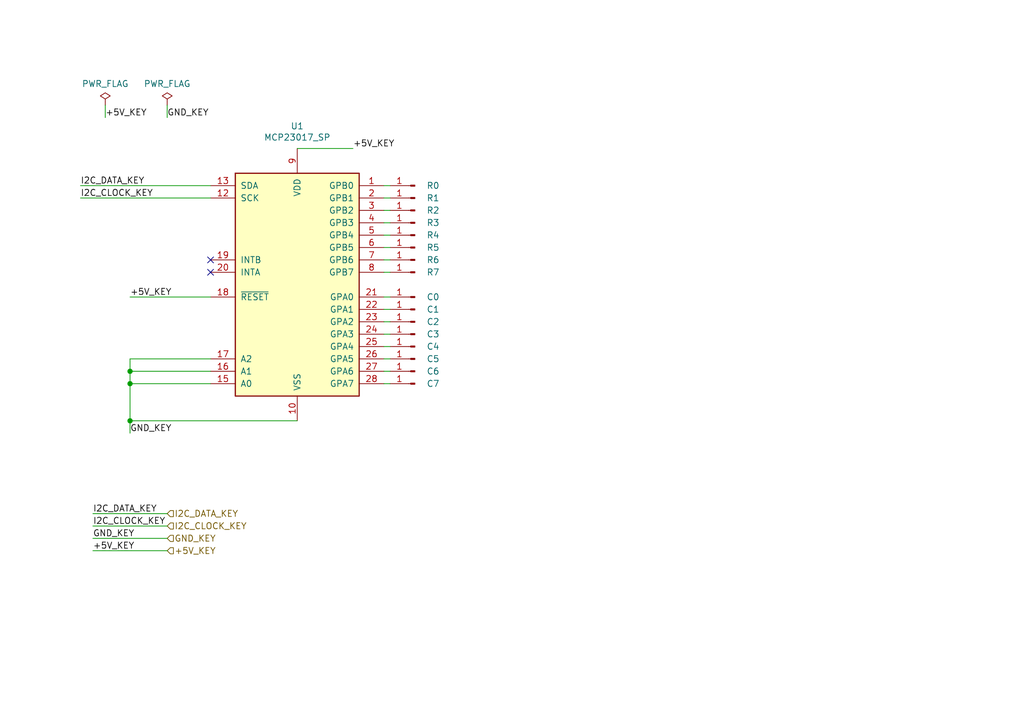
<source format=kicad_sch>
(kicad_sch (version 20211123) (generator eeschema)
  (paper "A5")
  (title_block (title "CIMDID") (date "2022-02-08") (rev "1.1") (comment 1 "@grumpydevelop@contentnation.net") (comment 2 "https://contentnation.net/en/grumpydevelop/cimdit_1"))
  (lib_symbols
    (symbol "Connector:Conn_01x01_Male" (pin_names (offset 1.016) hide)
      (property "Reference" "J" (at 0 2.54 0))
      (property "Value" "Conn_01x01_Male" (at 0 -2.54 0))
      (symbol "Conn_01x01_Male_1_1"
        (polyline (pts (xy 1.27 0) (xy 0.8636 0)) (stroke (width 0.1524)))
        (rectangle (start 0.8636 0.127) (end 0 -0.127) (stroke (width 0.1524)) (fill (type outline)))
        (pin passive line (at 5.08 0 180) (length 3.81) (name "Pin_1") (number "1"))
      )
    )
    (symbol "Interface_Expansion:MCP23017_SP" (pin_names (offset 1.016))
      (property "Reference" "U" (at -11.43 24.13 0))
      (property "Value" "MCP23017_SP" (at 0 0 0))
      (symbol "MCP23017_SP_0_1"
        (rectangle (start -12.7 22.86) (end 12.7 -22.86) (stroke (width 0.254)) (fill (type background)))
      )
      (symbol "MCP23017_SP_1_1"
        (pin bidirectional line (at 17.78 20.32 180) (length 5.08) (name "GPB0") (number "1"))
        (pin power_in line (at 0 -27.94 90) (length 5.08) (name "VSS") (number "10"))
        (pin no_connect line (at -12.7 15.24 0) (length 5.08) hide (name "NC") (number "11"))
        (pin input line (at -17.78 17.78 0) (length 5.08) (name "SCK") (number "12"))
        (pin bidirectional line (at -17.78 20.32 0) (length 5.08) (name "SDA") (number "13"))
        (pin no_connect line (at -12.7 12.7 0) (length 5.08) hide (name "NC") (number "14"))
        (pin input line (at -17.78 -20.32 0) (length 5.08) (name "A0") (number "15"))
        (pin input line (at -17.78 -17.78 0) (length 5.08) (name "A1") (number "16"))
        (pin input line (at -17.78 -15.24 0) (length 5.08) (name "A2") (number "17"))
        (pin input line (at -17.78 -2.54 0) (length 5.08) (name "~{RESET}") (number "18"))
        (pin tri_state line (at -17.78 5.08 0) (length 5.08) (name "INTB") (number "19"))
        (pin bidirectional line (at 17.78 17.78 180) (length 5.08) (name "GPB1") (number "2"))
        (pin tri_state line (at -17.78 2.54 0) (length 5.08) (name "INTA") (number "20"))
        (pin bidirectional line (at 17.78 -2.54 180) (length 5.08) (name "GPA0") (number "21"))
        (pin bidirectional line (at 17.78 -5.08 180) (length 5.08) (name "GPA1") (number "22"))
        (pin bidirectional line (at 17.78 -7.62 180) (length 5.08) (name "GPA2") (number "23"))
        (pin bidirectional line (at 17.78 -10.16 180) (length 5.08) (name "GPA3") (number "24"))
        (pin bidirectional line (at 17.78 -12.7 180) (length 5.08) (name "GPA4") (number "25"))
        (pin bidirectional line (at 17.78 -15.24 180) (length 5.08) (name "GPA5") (number "26"))
        (pin bidirectional line (at 17.78 -17.78 180) (length 5.08) (name "GPA6") (number "27"))
        (pin bidirectional line (at 17.78 -20.32 180) (length 5.08) (name "GPA7") (number "28"))
        (pin bidirectional line (at 17.78 15.24 180) (length 5.08) (name "GPB2") (number "3"))
        (pin bidirectional line (at 17.78 12.7 180) (length 5.08) (name "GPB3") (number "4"))
        (pin bidirectional line (at 17.78 10.16 180) (length 5.08) (name "GPB4") (number "5"))
        (pin bidirectional line (at 17.78 7.62 180) (length 5.08) (name "GPB5") (number "6"))
        (pin bidirectional line (at 17.78 5.08 180) (length 5.08) (name "GPB6") (number "7"))
        (pin bidirectional line (at 17.78 2.54 180) (length 5.08) (name "GPB7") (number "8"))
        (pin power_in line (at 0 27.94 270) (length 5.08) (name "VDD") (number "9"))
      )
    )
    (symbol "power:PWR_FLAG" (power) (pin_numbers hide) (pin_names (offset 0) hide)
      (property "Value" "PWR_FLAG" (at 0 3.81 0))
      (symbol "PWR_FLAG_0_0"
        (pin power_out line (at 0 0 90) (length 0) (name "pwr") (number "1"))
      )
      (symbol "PWR_FLAG_0_1"
        (polyline (pts (xy 0 0) (xy 0 1.27) (xy -1.016 1.905) (xy 0 2.54) (xy 1.016 1.905) (xy 0 1.27)))
      )
    )
  )
  (junction (at 26.67 78.74))
  (junction (at 26.67 86.36))
  (junction (at 26.67 76.2))
  (no_connect (at 43.18 55.88))
  (no_connect (at 43.18 53.34))
  (wire (pts (xy 78.74 53.34) (xy 80.01 53.34)))
  (wire (pts (xy 26.67 73.66) (xy 43.18 73.66)))
  (wire (pts (xy 60.96 86.36) (xy 26.67 86.36)))
  (wire (pts (xy 19.05 105.41) (xy 34.29 105.41)))
  (wire (pts (xy 78.74 48.26) (xy 80.01 48.26)))
  (wire (pts (xy 78.74 68.58) (xy 80.01 68.58)))
  (wire (pts (xy 43.18 38.1) (xy 16.51 38.1)))
  (wire (pts (xy 72.39 30.48) (xy 60.96 30.48)))
  (wire (pts (xy 34.29 113.03) (xy 19.05 113.03)))
  (wire (pts (xy 26.67 60.96) (xy 43.18 60.96)))
  (wire (pts (xy 26.67 78.74) (xy 26.67 76.2)))
  (wire (pts (xy 19.05 107.95) (xy 34.29 107.95)))
  (wire (pts (xy 80.01 78.74) (xy 78.74 78.74)))
  (wire (pts (xy 78.74 73.66) (xy 80.01 73.66)))
  (wire (pts (xy 78.74 76.2) (xy 80.01 76.2)))
  (wire (pts (xy 78.74 71.12) (xy 80.01 71.12)))
  (wire (pts (xy 26.67 86.36) (xy 26.67 88.9)))
  (wire (pts (xy 26.67 76.2) (xy 26.67 73.66)))
  (wire (pts (xy 34.29 24.13) (xy 34.29 21.59)))
  (wire (pts (xy 78.74 63.5) (xy 80.01 63.5)))
  (wire (pts (xy 78.74 40.64) (xy 80.01 40.64)))
  (wire (pts (xy 78.74 66.04) (xy 80.01 66.04)))
  (wire (pts (xy 26.67 86.36) (xy 26.67 78.74)))
  (wire (pts (xy 26.67 78.74) (xy 43.18 78.74)))
  (wire (pts (xy 78.74 38.1) (xy 80.01 38.1)))
  (wire (pts (xy 21.59 24.13) (xy 21.59 21.59)))
  (wire (pts (xy 78.74 55.88) (xy 80.01 55.88)))
  (wire (pts (xy 19.05 110.49) (xy 34.29 110.49)))
  (wire (pts (xy 78.74 45.72) (xy 80.01 45.72)))
  (wire (pts (xy 78.74 43.18) (xy 80.01 43.18)))
  (wire (pts (xy 78.74 60.96) (xy 80.01 60.96)))
  (wire (pts (xy 78.74 50.8) (xy 80.01 50.8)))
  (wire (pts (xy 26.67 76.2) (xy 43.18 76.2)))
  (wire (pts (xy 43.18 40.64) (xy 16.51 40.64)))
  (label "+5V_KEY" (at 72.39 30.48 0))
  (label "+5V_KEY" (at 19.05 113.03 0))
  (label "GND_KEY" (at 19.05 110.49 0))
  (label "+5V_KEY" (at 21.59 24.13 0))
  (label "I2C_DATA_KEY" (at 19.05 105.41 0))
  (label "I2C_CLOCK_KEY" (at 19.05 107.95 0))
  (label "I2C_DATA_KEY" (at 16.51 38.1 0))
  (label "GND_KEY" (at 34.29 24.13 0))
  (label "+5V_KEY" (at 26.67 60.96 0))
  (label "I2C_CLOCK_KEY" (at 16.51 40.64 0))
  (label "GND_KEY" (at 26.67 88.9 0))
  (hierarchical_label "I2C_DATA_KEY" (shape input) (at 34.29 105.41 0))
  (hierarchical_label "GND_KEY" (shape input) (at 34.29 110.49 0))
  (hierarchical_label "I2C_CLOCK_KEY" (shape input) (at 34.29 107.95 0))
  (hierarchical_label "+5V_KEY" (shape input) (at 34.29 113.03 0))
  (symbol (lib_id "Connector:Conn_01x01_Male") (at 85.09 48.26 0) (mirror y) (unit 1)
    (property "Reference" "J34" (effects hide))
    (property "Value" "R4" (at 90.17 48.26 0) (effects (justify left)))
    (property "Footprint" "Connector_Pin:Pin_D0.7mm_L6.5mm_W1.8mm_FlatFork" (effects hide))
  )
  (symbol (lib_id "Connector:Conn_01x01_Male") (at 85.09 55.88 0) (mirror y) (unit 1)
    (property "Reference" "J37" (effects hide))
    (property "Value" "R7" (at 90.17 55.88 0) (effects (justify left)))
    (property "Footprint" "Connector_Pin:Pin_D0.7mm_L6.5mm_W1.8mm_FlatFork" (effects hide))
  )
  (symbol (lib_id "Connector:Conn_01x01_Male") (at 85.09 71.12 0) (mirror y) (unit 1)
    (property "Reference" "J42" (effects hide))
    (property "Value" "C4" (at 90.17 71.12 0) (effects (justify left)))
    (property "Footprint" "Connector_Pin:Pin_D0.7mm_L6.5mm_W1.8mm_FlatFork" (effects hide))
  )
  (symbol (lib_id "Connector:Conn_01x01_Male") (at 85.09 68.58 0) (mirror y) (unit 1)
    (property "Reference" "J41" (effects hide))
    (property "Value" "C3" (at 90.17 68.58 0) (effects (justify left)))
    (property "Footprint" "Connector_Pin:Pin_D0.7mm_L6.5mm_W1.8mm_FlatFork" (effects hide))
  )
  (symbol (lib_id "Connector:Conn_01x01_Male") (at 85.09 43.18 0) (mirror y) (unit 1)
    (property "Reference" "J32" (effects hide))
    (property "Value" "R2" (at 90.17 43.18 0) (effects (justify left)))
    (property "Footprint" "Connector_Pin:Pin_D0.7mm_L6.5mm_W1.8mm_FlatFork" (effects hide))
  )
  (symbol (lib_id "Connector:Conn_01x01_Male") (at 85.09 45.72 0) (mirror y) (unit 1)
    (property "Reference" "J33" (effects hide))
    (property "Value" "R3" (at 90.17 45.72 0) (effects (justify left)))
    (property "Footprint" "Connector_Pin:Pin_D0.7mm_L6.5mm_W1.8mm_FlatFork" (effects hide))
  )
  (symbol (lib_id "Connector:Conn_01x01_Male") (at 85.09 53.34 0) (mirror y) (unit 1)
    (property "Reference" "J36" (effects hide))
    (property "Value" "R6" (at 90.17 53.34 0) (effects (justify left)))
    (property "Footprint" "Connector_Pin:Pin_D0.7mm_L6.5mm_W1.8mm_FlatFork" (effects hide))
  )
  (symbol (lib_id "Connector:Conn_01x01_Male") (at 85.09 78.74 0) (mirror y) (unit 1)
    (property "Reference" "J45" (effects hide))
    (property "Value" "C7" (at 90.17 78.74 0) (effects (justify left)))
    (property "Footprint" "Connector_Pin:Pin_D0.7mm_L6.5mm_W1.8mm_FlatFork" (effects hide))
  )
  (symbol (lib_id "Connector:Conn_01x01_Male") (at 85.09 38.1 0) (mirror y) (unit 1)
    (property "Reference" "J30" (effects hide))
    (property "Value" "R0" (at 90.17 38.1 0) (effects (justify left)))
    (property "Footprint" "Connector_Pin:Pin_D0.7mm_L6.5mm_W1.8mm_FlatFork" (effects hide))
  )
  (symbol (lib_id "power:PWR_FLAG") (at 34.29 21.59 0) (unit 1)
    (property "Reference" "#FLG0110" (effects hide))
    (property "Value" "PWR_FLAG" (at 34.29 17.1958 0))
  )
  (symbol (lib_id "Connector:Conn_01x01_Male") (at 85.09 63.5 0) (mirror y) (unit 1)
    (property "Reference" "J39" (effects hide))
    (property "Value" "C1" (at 90.17 63.5 0) (effects (justify left)))
    (property "Footprint" "Connector_Pin:Pin_D0.7mm_L6.5mm_W1.8mm_FlatFork" (effects hide))
  )
  (symbol (lib_id "Connector:Conn_01x01_Male") (at 85.09 66.04 0) (mirror y) (unit 1)
    (property "Reference" "J40" (effects hide))
    (property "Value" "C2" (at 90.17 66.04 0) (effects (justify left)))
    (property "Footprint" "Connector_Pin:Pin_D0.7mm_L6.5mm_W1.8mm_FlatFork" (effects hide))
  )
  (symbol (lib_id "Connector:Conn_01x01_Male") (at 85.09 60.96 0) (mirror y) (unit 1)
    (property "Reference" "J38" (effects hide))
    (property "Value" "C0" (at 90.17 60.96 0) (effects (justify left)))
    (property "Footprint" "Connector_Pin:Pin_D0.7mm_L6.5mm_W1.8mm_FlatFork" (effects hide))
  )
  (symbol (lib_id "Interface_Expansion:MCP23017_SP") (at 60.96 58.42 0) (unit 1)
    (property "Reference" "U1" (at 60.96 25.8826 0))
    (property "Value" "MCP23017_SP" (at 60.96 28.194 0))
    (property "Footprint" "Package_DIP:DIP-28_W7.62mm" (effects hide))
    (property "Datasheet" "http://ww1.microchip.com/downloads/en/DeviceDoc/20001952C.pdf" (effects hide))
  )
  (symbol (lib_id "Connector:Conn_01x01_Male") (at 85.09 76.2 0) (mirror y) (unit 1)
    (property "Reference" "J44" (effects hide))
    (property "Value" "C6" (at 90.17 76.2 0) (effects (justify left)))
    (property "Footprint" "Connector_Pin:Pin_D0.7mm_L6.5mm_W1.8mm_FlatFork" (effects hide))
  )
  (symbol (lib_id "Connector:Conn_01x01_Male") (at 85.09 73.66 0) (mirror y) (unit 1)
    (property "Reference" "J43" (effects hide))
    (property "Value" "C5" (at 90.17 73.66 0) (effects (justify left)))
    (property "Footprint" "Connector_Pin:Pin_D0.7mm_L6.5mm_W1.8mm_FlatFork" (effects hide))
  )
  (symbol (lib_id "power:PWR_FLAG") (at 21.59 21.59 0) (unit 1)
    (property "Reference" "#FLG0109" (effects hide))
    (property "Value" "PWR_FLAG" (at 21.59 17.1958 0))
  )
  (symbol (lib_id "Connector:Conn_01x01_Male") (at 85.09 50.8 0) (mirror y) (unit 1)
    (property "Reference" "J35" (effects hide))
    (property "Value" "R5" (at 90.17 50.8 0) (effects (justify left)))
    (property "Footprint" "Connector_Pin:Pin_D0.7mm_L6.5mm_W1.8mm_FlatFork" (effects hide))
  )
  (symbol (lib_id "Connector:Conn_01x01_Male") (at 85.09 40.64 0) (mirror y) (unit 1)
    (property "Reference" "J31" (effects hide))
    (property "Value" "R1" (at 90.17 40.64 0) (effects (justify left)))
    (property "Footprint" "Connector_Pin:Pin_D0.7mm_L6.5mm_W1.8mm_FlatFork" (effects hide))
  )
)
</source>
